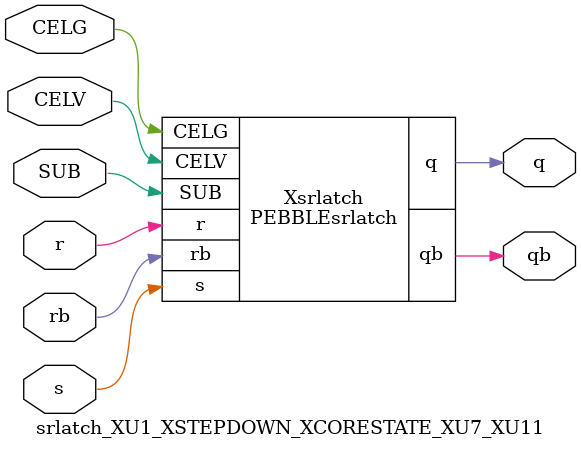
<source format=v>



module PEBBLEsrlatch ( q, qb, CELG, CELV, SUB, r, rb, s );

  input CELV;
  input s;
  output q;
  input rb;
  input r;
  input SUB;
  input CELG;
  output qb;
endmodule

//Celera Confidential Do Not Copy srlatch_XU1_XSTEPDOWN_XCORESTATE_XU7_XU11
//Celera Confidential Symbol Generator
//SR Latch
module srlatch_XU1_XSTEPDOWN_XCORESTATE_XU7_XU11 (CELV,CELG,s,r,rb,q,qb,SUB);
input CELV;
input CELG;
input s;
input r;
input rb;
input SUB;
output q;
output qb;

//Celera Confidential Do Not Copy srlatch
PEBBLEsrlatch Xsrlatch(
.CELV (CELV),
.r (r),
.s (s),
.q (q),
.qb (qb),
.rb (rb),
.SUB (SUB),
.CELG (CELG)
);
//,diesize,PEBBLEsrlatch

//Celera Confidential Do Not Copy Module End
//Celera Schematic Generator
endmodule

</source>
